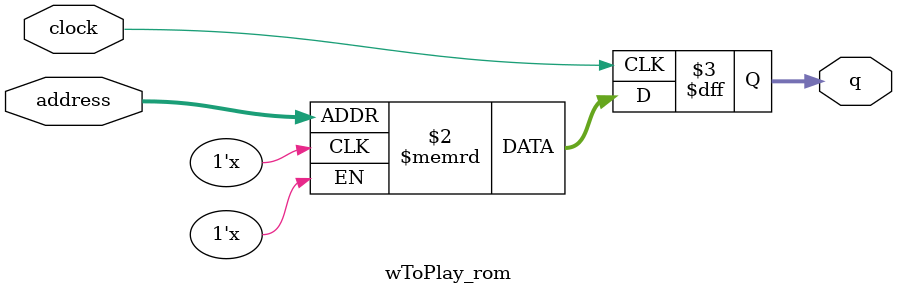
<source format=sv>
module wToPlay_rom (
	input logic clock,
	input logic [11:0] address,
	output logic [1:0] q
);

logic [1:0] memory [0:3599] /* synthesis ram_init_file = "./wToPlay/wToPlay.COE" */;

always_ff @ (posedge clock) begin
	q <= memory[address];
end

endmodule

</source>
